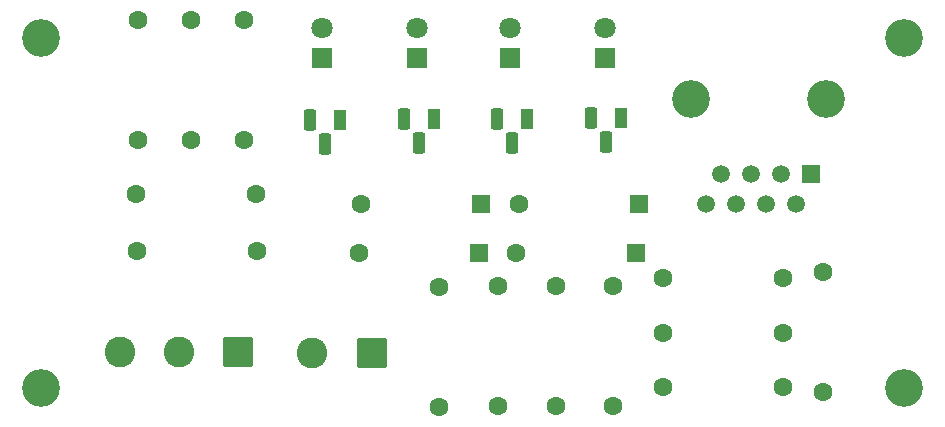
<source format=gbr>
%TF.GenerationSoftware,KiCad,Pcbnew,9.0.2*%
%TF.CreationDate,2025-06-16T13:38:08+02:00*%
%TF.ProjectId,wli,776c692e-6b69-4636-9164-5f7063625858,rev?*%
%TF.SameCoordinates,Original*%
%TF.FileFunction,Soldermask,Bot*%
%TF.FilePolarity,Negative*%
%FSLAX46Y46*%
G04 Gerber Fmt 4.6, Leading zero omitted, Abs format (unit mm)*
G04 Created by KiCad (PCBNEW 9.0.2) date 2025-06-16 13:38:08*
%MOMM*%
%LPD*%
G01*
G04 APERTURE LIST*
G04 Aperture macros list*
%AMRoundRect*
0 Rectangle with rounded corners*
0 $1 Rounding radius*
0 $2 $3 $4 $5 $6 $7 $8 $9 X,Y pos of 4 corners*
0 Add a 4 corners polygon primitive as box body*
4,1,4,$2,$3,$4,$5,$6,$7,$8,$9,$2,$3,0*
0 Add four circle primitives for the rounded corners*
1,1,$1+$1,$2,$3*
1,1,$1+$1,$4,$5*
1,1,$1+$1,$6,$7*
1,1,$1+$1,$8,$9*
0 Add four rect primitives between the rounded corners*
20,1,$1+$1,$2,$3,$4,$5,0*
20,1,$1+$1,$4,$5,$6,$7,0*
20,1,$1+$1,$6,$7,$8,$9,0*
20,1,$1+$1,$8,$9,$2,$3,0*%
G04 Aperture macros list end*
%ADD10R,1.100000X1.800000*%
%ADD11RoundRect,0.275000X0.275000X0.625000X-0.275000X0.625000X-0.275000X-0.625000X0.275000X-0.625000X0*%
%ADD12C,3.200000*%
%ADD13C,1.600000*%
%ADD14RoundRect,0.250000X0.550000X0.550000X-0.550000X0.550000X-0.550000X-0.550000X0.550000X-0.550000X0*%
%ADD15R,1.800000X1.800000*%
%ADD16C,1.800000*%
%ADD17RoundRect,0.250000X1.050000X1.050000X-1.050000X1.050000X-1.050000X-1.050000X1.050000X-1.050000X0*%
%ADD18C,2.600000*%
%ADD19R,1.500000X1.500000*%
%ADD20C,1.500000*%
G04 APERTURE END LIST*
D10*
%TO.C,Q4*%
X165750000Y-101840000D03*
D11*
X164480000Y-103910000D03*
X163210000Y-101840000D03*
%TD*%
D10*
%TO.C,Q3*%
X157850000Y-101940000D03*
D11*
X156580000Y-104010000D03*
X155310000Y-101940000D03*
%TD*%
D10*
%TO.C,Q2*%
X149950000Y-101940000D03*
D11*
X148680000Y-104010000D03*
X147410000Y-101940000D03*
%TD*%
D10*
%TO.C,Q1*%
X141980000Y-102000000D03*
D11*
X140710000Y-104070000D03*
X139440000Y-102000000D03*
%TD*%
D12*
%TO.C,H1*%
X116700000Y-95100000D03*
%TD*%
D13*
%TO.C,R12*%
X165080000Y-116120000D03*
X165080000Y-126280000D03*
%TD*%
D14*
%TO.C,D7*%
X153960000Y-109100000D03*
D13*
X143800000Y-109100000D03*
%TD*%
%TO.C,R10*%
X169300000Y-120100000D03*
X179460000Y-120100000D03*
%TD*%
D12*
%TO.C,H4*%
X189700000Y-95100000D03*
%TD*%
%TO.C,H3*%
X189700000Y-124700000D03*
%TD*%
D13*
%TO.C,R8*%
X129360000Y-103680000D03*
X129360000Y-93520000D03*
%TD*%
%TO.C,R9*%
X155380000Y-116120000D03*
X155380000Y-126280000D03*
%TD*%
D15*
%TO.C,D1*%
X140480000Y-96775000D03*
D16*
X140480000Y-94235000D03*
%TD*%
D15*
%TO.C,D3*%
X156380000Y-96775000D03*
D16*
X156380000Y-94235000D03*
%TD*%
D13*
%TO.C,R2*%
X150380000Y-116200000D03*
X150380000Y-126360000D03*
%TD*%
%TO.C,R6*%
X160280000Y-116120000D03*
X160280000Y-126280000D03*
%TD*%
%TO.C,R7*%
X169300000Y-124600000D03*
X179460000Y-124600000D03*
%TD*%
%TO.C,R11*%
X133860000Y-103680000D03*
X133860000Y-93520000D03*
%TD*%
D17*
%TO.C,J2*%
X144705000Y-121727500D03*
D18*
X139625000Y-121727500D03*
%TD*%
D12*
%TO.C,J3*%
X183132500Y-100250000D03*
X171702500Y-100250000D03*
D19*
X181862500Y-106600000D03*
D20*
X180592500Y-109140000D03*
X179322500Y-106600000D03*
X178052500Y-109140000D03*
X176782500Y-106600000D03*
X175512500Y-109140000D03*
X174242500Y-106600000D03*
X172972500Y-109140000D03*
%TD*%
D13*
%TO.C,R1*%
X182880000Y-125080000D03*
X182880000Y-114920000D03*
%TD*%
D14*
%TO.C,D9*%
X167260000Y-109100000D03*
D13*
X157100000Y-109100000D03*
%TD*%
D17*
%TO.C,J1*%
X133360000Y-121700000D03*
D18*
X128360000Y-121700000D03*
X123360000Y-121700000D03*
%TD*%
D14*
%TO.C,D10*%
X167060000Y-113300000D03*
D13*
X156900000Y-113300000D03*
%TD*%
%TO.C,R5*%
X124880000Y-103680000D03*
X124880000Y-93520000D03*
%TD*%
D15*
%TO.C,D4*%
X164380000Y-96775000D03*
D16*
X164380000Y-94235000D03*
%TD*%
D14*
%TO.C,D8*%
X153760000Y-113300000D03*
D13*
X143600000Y-113300000D03*
%TD*%
%TO.C,R4*%
X124800000Y-113100000D03*
X134960000Y-113100000D03*
%TD*%
%TO.C,R13*%
X169300000Y-115400000D03*
X179460000Y-115400000D03*
%TD*%
%TO.C,R3*%
X124700000Y-108300000D03*
X134860000Y-108300000D03*
%TD*%
D12*
%TO.C,H2*%
X116700000Y-124700000D03*
%TD*%
D15*
%TO.C,D2*%
X148480000Y-96775000D03*
D16*
X148480000Y-94235000D03*
%TD*%
M02*

</source>
